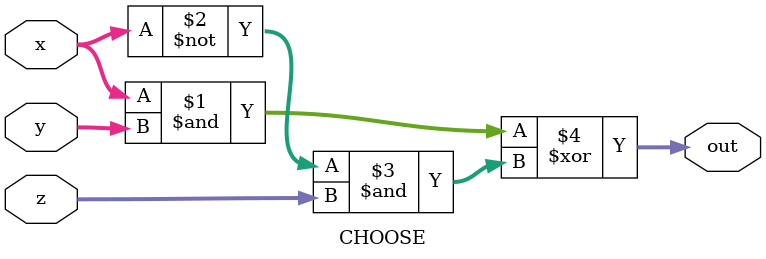
<source format=sv>
`timescale 1ns / 1ps


module CHOOSE(
input [31:0] x,y,z,
output [31:0] out
    );

/* Ch(x, y, z) = For each bit in answer ai, 
   choose yi if xi is 1, choose zi if xi is 0*/    
// ch = (x and y) xor ((not x) and z)
assign  out =  x & y ^ ~x & z;

    
endmodule

</source>
